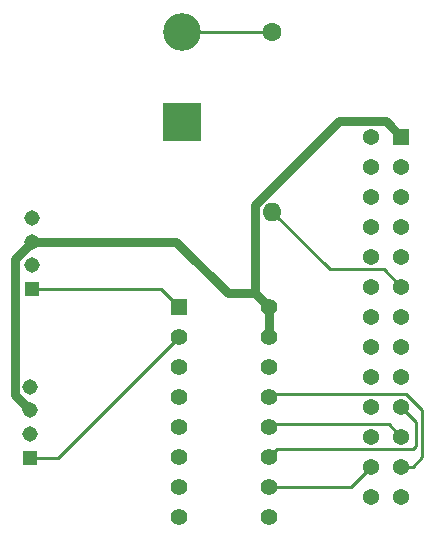
<source format=gbr>
%TF.GenerationSoftware,KiCad,Pcbnew,7.0.7*%
%TF.CreationDate,2025-03-25T10:33:11-07:00*%
%TF.ProjectId,lab7,6c616237-2e6b-4696-9361-645f70636258,rev?*%
%TF.SameCoordinates,Original*%
%TF.FileFunction,Copper,L1,Top*%
%TF.FilePolarity,Positive*%
%FSLAX46Y46*%
G04 Gerber Fmt 4.6, Leading zero omitted, Abs format (unit mm)*
G04 Created by KiCad (PCBNEW 7.0.7) date 2025-03-25 10:33:11*
%MOMM*%
%LPD*%
G01*
G04 APERTURE LIST*
%TA.AperFunction,ComponentPad*%
%ADD10R,3.200000X3.200000*%
%TD*%
%TA.AperFunction,ComponentPad*%
%ADD11O,3.200000X3.200000*%
%TD*%
%TA.AperFunction,ComponentPad*%
%ADD12R,1.308000X1.308000*%
%TD*%
%TA.AperFunction,ComponentPad*%
%ADD13C,1.308000*%
%TD*%
%TA.AperFunction,ComponentPad*%
%ADD14R,1.400000X1.400000*%
%TD*%
%TA.AperFunction,ComponentPad*%
%ADD15C,1.400000*%
%TD*%
%TA.AperFunction,ComponentPad*%
%ADD16R,1.370000X1.370000*%
%TD*%
%TA.AperFunction,ComponentPad*%
%ADD17C,1.370000*%
%TD*%
%TA.AperFunction,ComponentPad*%
%ADD18C,1.600000*%
%TD*%
%TA.AperFunction,ComponentPad*%
%ADD19O,1.600000X1.600000*%
%TD*%
%TA.AperFunction,Conductor*%
%ADD20C,0.762000*%
%TD*%
%TA.AperFunction,Conductor*%
%ADD21C,0.254000*%
%TD*%
G04 APERTURE END LIST*
D10*
%TO.P,D1,1,K*%
%TO.N,GND*%
X96520000Y-53340000D03*
D11*
%TO.P,D1,2,A*%
%TO.N,Net-(D1-A)*%
X96520000Y-45720000D03*
%TD*%
D12*
%TO.P,J3,1,1*%
%TO.N,Net-(U1-CH0)*%
X83820000Y-67500000D03*
D13*
%TO.P,J3,2,2*%
%TO.N,unconnected-(J3-Pad2)*%
X83820000Y-65500000D03*
%TO.P,J3,3,3*%
%TO.N,VDD*%
X83820000Y-63500000D03*
%TO.P,J3,4,4*%
%TO.N,GND*%
X83820000Y-61500000D03*
%TD*%
D14*
%TO.P,U1,1,CH0*%
%TO.N,Net-(U1-CH0)*%
X96250000Y-69020000D03*
D15*
%TO.P,U1,2,CH1*%
%TO.N,Net-(U1-CH1)*%
X96250000Y-71560000D03*
%TO.P,U1,3,CH2*%
%TO.N,unconnected-(U1-CH2-Pad3)*%
X96250000Y-74100000D03*
%TO.P,U1,4,CH3*%
%TO.N,unconnected-(U1-CH3-Pad4)*%
X96250000Y-76640000D03*
%TO.P,U1,5,CH4*%
%TO.N,unconnected-(U1-CH4-Pad5)*%
X96250000Y-79180000D03*
%TO.P,U1,6,CH5*%
%TO.N,unconnected-(U1-CH5-Pad6)*%
X96250000Y-81720000D03*
%TO.P,U1,7,CH6*%
%TO.N,unconnected-(U1-CH6-Pad7)*%
X96250000Y-84260000D03*
%TO.P,U1,8,CH7*%
%TO.N,unconnected-(U1-CH7-Pad8)*%
X96250000Y-86800000D03*
%TO.P,U1,9,DGND*%
%TO.N,GND*%
X103870000Y-86800000D03*
%TO.P,U1,10,SHDN/~{CS}*%
%TO.N,Net-(U1-SHDN{slash}~{CS})*%
X103870000Y-84260000D03*
%TO.P,U1,11,DIN*%
%TO.N,Net-(U1-DIN)*%
X103870000Y-81720000D03*
%TO.P,U1,12,DOUT*%
%TO.N,Net-(U1-DOUT)*%
X103870000Y-79180000D03*
%TO.P,U1,13,CLK*%
%TO.N,Net-(U1-CLK)*%
X103870000Y-76640000D03*
%TO.P,U1,14,AGND*%
%TO.N,GND*%
X103870000Y-74100000D03*
%TO.P,U1,15,VREF*%
%TO.N,VDD*%
X103870000Y-71560000D03*
%TO.P,U1,16,VDD*%
X103870000Y-69020000D03*
%TD*%
D16*
%TO.P,J2,01,01*%
%TO.N,VDD*%
X115062000Y-54610000D03*
D17*
%TO.P,J2,02,02*%
%TO.N,unconnected-(J2-Pad02)*%
X112522000Y-54610000D03*
%TO.P,J2,03,03*%
%TO.N,unconnected-(J2-Pad03)*%
X115062000Y-57150000D03*
%TO.P,J2,04,04*%
%TO.N,unconnected-(J2-Pad04)*%
X112522000Y-57150000D03*
%TO.P,J2,05,05*%
%TO.N,unconnected-(J2-Pad05)*%
X115062000Y-59690000D03*
%TO.P,J2,06,06*%
%TO.N,GND*%
X112522000Y-59690000D03*
%TO.P,J2,07,07*%
%TO.N,unconnected-(J2-Pad07)*%
X115062000Y-62230000D03*
%TO.P,J2,08,08*%
%TO.N,unconnected-(J2-Pad08)*%
X112522000Y-62230000D03*
%TO.P,J2,09,09*%
%TO.N,unconnected-(J2-Pad09)*%
X115062000Y-64770000D03*
%TO.P,J2,10,10*%
%TO.N,unconnected-(J2-Pad10)*%
X112522000Y-64770000D03*
%TO.P,J2,11,11*%
%TO.N,Net-(J2-Pad11)*%
X115062000Y-67310000D03*
%TO.P,J2,12,12*%
%TO.N,unconnected-(J2-Pad12)*%
X112522000Y-67310000D03*
%TO.P,J2,13,13*%
%TO.N,unconnected-(J2-Pad13)*%
X115062000Y-69850000D03*
%TO.P,J2,14,14*%
%TO.N,unconnected-(J2-Pad14)*%
X112522000Y-69850000D03*
%TO.P,J2,15,15*%
%TO.N,unconnected-(J2-Pad15)*%
X115062000Y-72390000D03*
%TO.P,J2,16,16*%
%TO.N,unconnected-(J2-Pad16)*%
X112522000Y-72390000D03*
%TO.P,J2,17,17*%
%TO.N,unconnected-(J2-Pad17)*%
X115062000Y-74930000D03*
%TO.P,J2,18,18*%
%TO.N,unconnected-(J2-Pad18)*%
X112522000Y-74930000D03*
%TO.P,J2,19,19*%
%TO.N,Net-(U1-DIN)*%
X115062000Y-77470000D03*
%TO.P,J2,20,20*%
%TO.N,unconnected-(J2-Pad20)*%
X112522000Y-77470000D03*
%TO.P,J2,21,21*%
%TO.N,Net-(U1-DOUT)*%
X115062000Y-80010000D03*
%TO.P,J2,22,22*%
%TO.N,unconnected-(J2-Pad22)*%
X112522000Y-80010000D03*
%TO.P,J2,23,23*%
%TO.N,Net-(U1-CLK)*%
X115062000Y-82550000D03*
%TO.P,J2,24,24*%
%TO.N,Net-(U1-SHDN{slash}~{CS})*%
X112522000Y-82550000D03*
%TO.P,J2,25,25*%
%TO.N,unconnected-(J2-Pad25)*%
X115062000Y-85090000D03*
%TO.P,J2,26,26*%
%TO.N,unconnected-(J2-Pad26)*%
X112522000Y-85090000D03*
%TD*%
D12*
%TO.P,J1,1,1*%
%TO.N,Net-(U1-CH1)*%
X83640000Y-81790000D03*
D13*
%TO.P,J1,2,2*%
%TO.N,unconnected-(J1-Pad2)*%
X83640000Y-79790000D03*
%TO.P,J1,3,3*%
%TO.N,VDD*%
X83640000Y-77790000D03*
%TO.P,J1,4,4*%
%TO.N,GND*%
X83640000Y-75790000D03*
%TD*%
D18*
%TO.P,R1,1*%
%TO.N,Net-(D1-A)*%
X104140000Y-45720000D03*
D19*
%TO.P,R1,2*%
%TO.N,Net-(J2-Pad11)*%
X104140000Y-60960000D03*
%TD*%
D20*
%TO.N,VDD*%
X82351000Y-76501000D02*
X83640000Y-77790000D01*
X82351000Y-64969000D02*
X82351000Y-76501000D01*
X83820000Y-63500000D02*
X82351000Y-64969000D01*
X96012000Y-63500000D02*
X83820000Y-63500000D01*
X100367000Y-67855000D02*
X96012000Y-63500000D01*
X102705000Y-67855000D02*
X100367000Y-67855000D01*
X109780603Y-53290000D02*
X113742000Y-53290000D01*
X113742000Y-53290000D02*
X115062000Y-54610000D01*
X102705000Y-60365603D02*
X109780603Y-53290000D01*
X103870000Y-69020000D02*
X102705000Y-67855000D01*
X102705000Y-67855000D02*
X102705000Y-60365603D01*
X103870000Y-71560000D02*
X103870000Y-69020000D01*
D21*
%TO.N,Net-(J2-Pad11)*%
X113588000Y-65836000D02*
X115062000Y-67310000D01*
X104140000Y-60960000D02*
X109016000Y-65836000D01*
X109016000Y-65836000D02*
X113588000Y-65836000D01*
%TO.N,Net-(U1-DOUT)*%
X113996000Y-78944000D02*
X115062000Y-80010000D01*
X103870000Y-79180000D02*
X104106000Y-78944000D01*
X104106000Y-78944000D02*
X113996000Y-78944000D01*
%TO.N,Net-(U1-CLK)*%
X116839999Y-81740737D02*
X116030736Y-82550000D01*
X116840000Y-77740448D02*
X116839999Y-81740737D01*
X116030736Y-82550000D02*
X115062000Y-82550000D01*
X115503552Y-76404000D02*
X116840000Y-77740448D01*
X104106000Y-76404000D02*
X115503552Y-76404000D01*
X103870000Y-76640000D02*
X104106000Y-76404000D01*
%TO.N,Net-(U1-DIN)*%
X116028000Y-81076000D02*
X116332000Y-80772000D01*
X104514000Y-81076000D02*
X116028000Y-81076000D01*
X116332000Y-80772000D02*
X116332000Y-78740000D01*
X103870000Y-81720000D02*
X104514000Y-81076000D01*
X116332000Y-78740000D02*
X115062000Y-77470000D01*
%TO.N,Net-(U1-SHDN{slash}~{CS})*%
X110812000Y-84260000D02*
X112522000Y-82550000D01*
X103870000Y-84260000D02*
X110812000Y-84260000D01*
%TO.N,Net-(D1-A)*%
X104140000Y-45720000D02*
X96520000Y-45720000D01*
%TO.N,Net-(U1-CH1)*%
X86020000Y-81790000D02*
X96250000Y-71560000D01*
X83640000Y-81790000D02*
X86020000Y-81790000D01*
%TO.N,Net-(U1-CH0)*%
X83820000Y-67500000D02*
X94730000Y-67500000D01*
X94730000Y-67500000D02*
X96250000Y-69020000D01*
%TD*%
M02*

</source>
